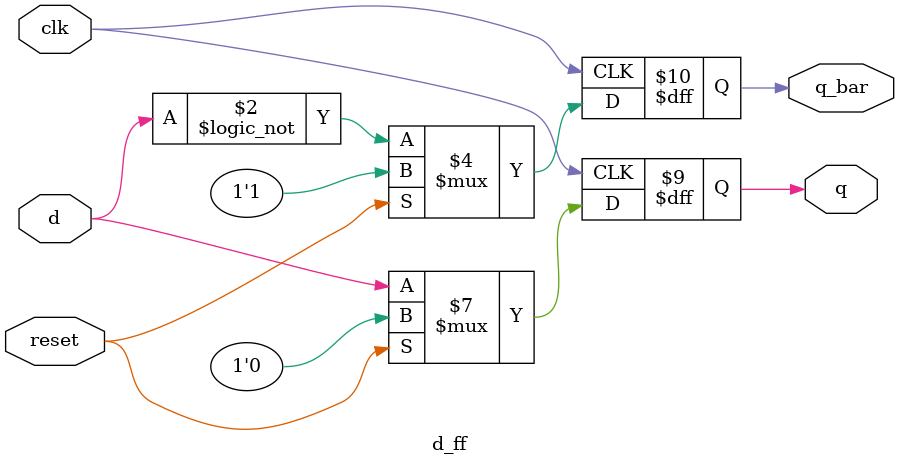
<source format=v>
module d_ff(reset, d, clk, q, q_bar);
	input d, clk, reset;
	output q, q_bar;
	reg q;
	reg q_bar;

	always @ (posedge clk)
	begin
		if (reset) begin
			q <= 1'b0;
			q_bar <= 1'b1;
		end else begin
			q <= d;
			q_bar <= !d;
		end
	end
endmodule

</source>
